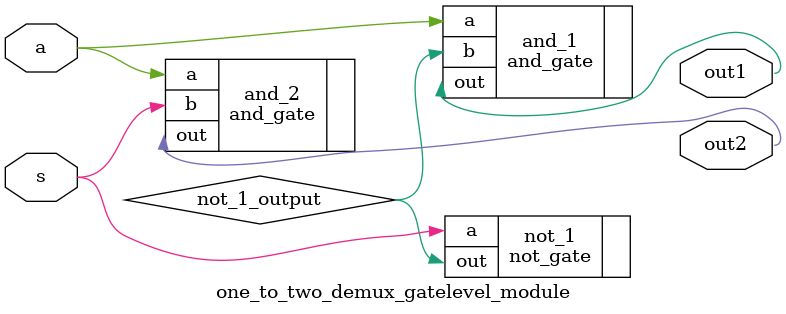
<source format=v>


module one_to_two_demux_gatelevel_module (a, s, out1, out2);
	input a;
	input s;	
	output out1, out2;
	
	wire not_1_output;
	
	not_gate not_1(.a(s), .out(not_1_output));
	and_gate and_1(.a(a), .b(not_1_output), .out(out1));
	and_gate and_2(.a(a), .b(s), .out(out2));

endmodule

</source>
